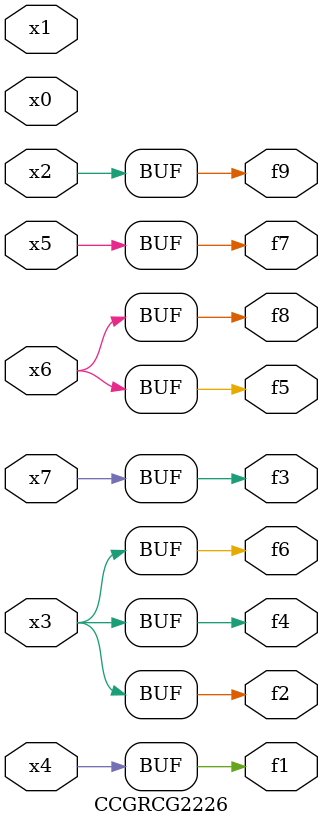
<source format=v>
module CCGRCG2226(
	input x0, x1, x2, x3, x4, x5, x6, x7,
	output f1, f2, f3, f4, f5, f6, f7, f8, f9
);
	assign f1 = x4;
	assign f2 = x3;
	assign f3 = x7;
	assign f4 = x3;
	assign f5 = x6;
	assign f6 = x3;
	assign f7 = x5;
	assign f8 = x6;
	assign f9 = x2;
endmodule

</source>
